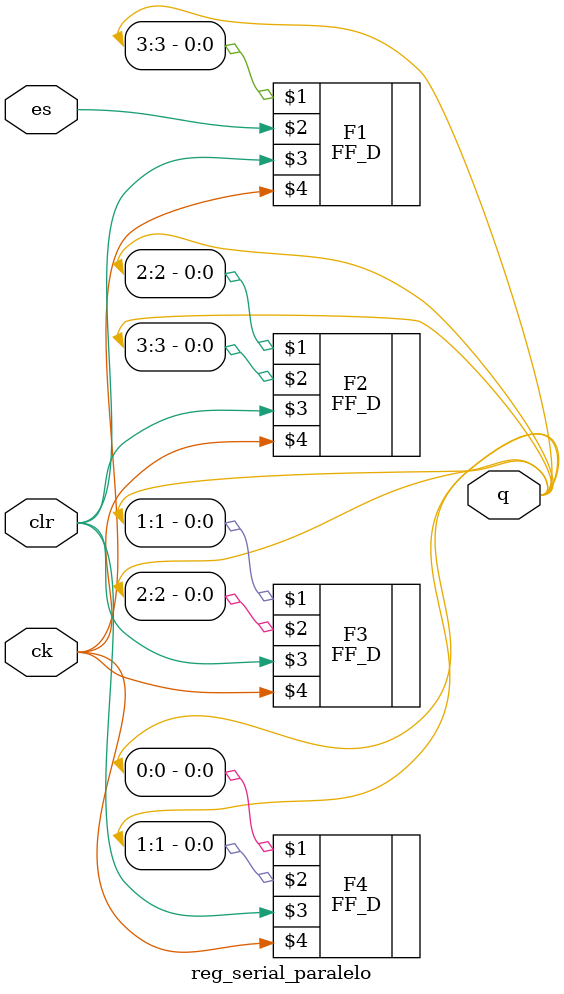
<source format=v>

module reg_serial_paralelo (q,es,clr,ck);
	
	input es, clr,ck;
	output [3:0] q;
	
	FF_D F1 (q[3], es, clr, ck);
	FF_D F2 (q[2], q[3], clr, ck);
	FF_D F3 (q[1], q[2], clr, ck);
	FF_D F4 (q[0], q[1], clr, ck);

endmodule 
</source>
